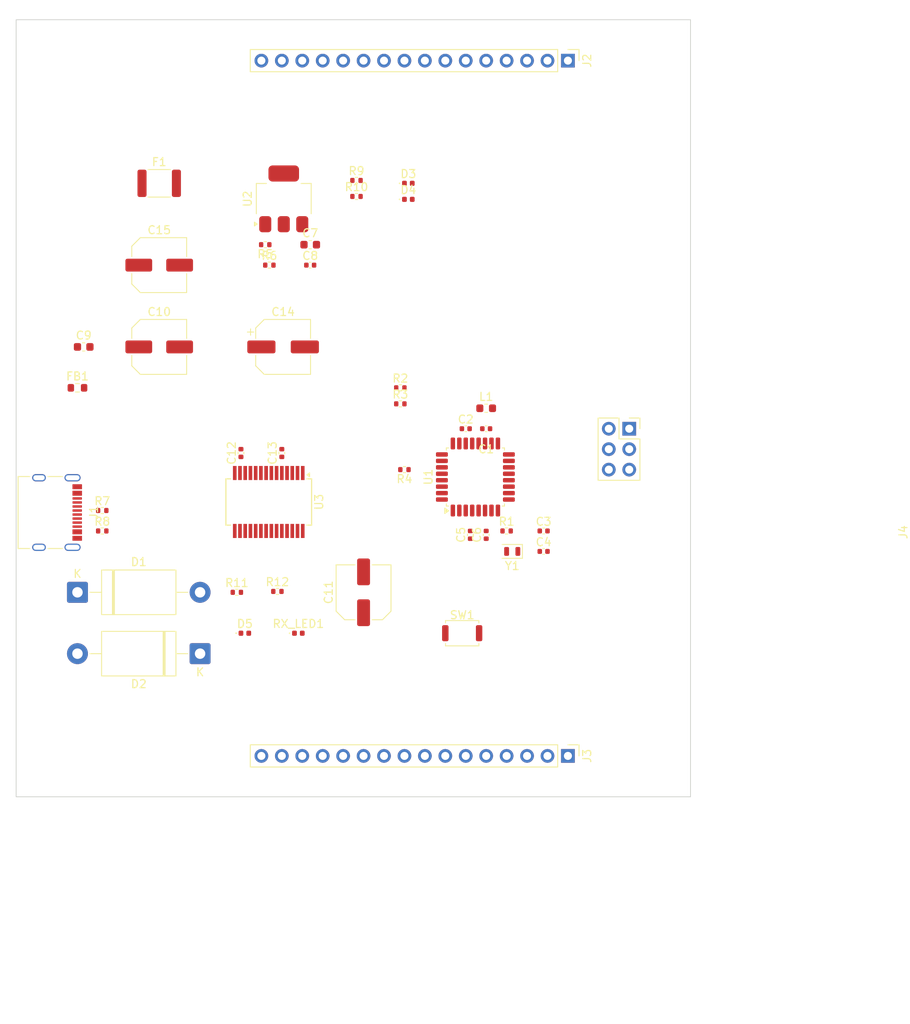
<source format=kicad_pcb>
(kicad_pcb (version 20241229) (generator "pcbnew") (generator_version "9.0")
  (layers (0 "F.Cu" signal) (2 "B.Cu" signal) (13 "F.Paste" user) (15 "B.Paste" user) (5 "F.SilkS" user "F.Silkscreen") (7 "B.SilkS" user "B.Silkscreen") (1 "F.Mask" user) (3 "B.Mask" user) (25 "Edge.Cuts" user))
  (net 0 "")
  (net 1 "+5V")
  (net 2 "GND")
  (net 3 "Net-(U1-AREF)")
  (net 4 "EX_OSC2")
  (net 5 "EX_OSC1")
  (net 6 "+3.3V")
  (net 7 "PWRU_IN")
  (net 8 "Net-(C10-Pad1)")
  (net 9 "Net-(U3-3V3OUT)")
  (net 10 "USART_DTR")
  (net 11 "EX_RST")
  (net 12 "USBC_D.P")
  (net 13 "USBC_D.N")
  (net 14 "Net-(D3-A)")
  (net 15 "Net-(D4-A)")
  (net 16 "Net-(D5-K)")
  (net 17 "Net-(D5-A)")
  (net 18 "Net-(J1-CC1)")
  (net 20 "Net-(J1-CC2)")
  (net 24 "GPIO_C0")
  (net 25 "GPIO_C1")
  (net 26 "GPIO_C2")
  (net 27 "GPIO_C3")
  (net 28 "I2C_SCL")
  (net 29 "I2C_SDA")
  (net 30 "GPIO_C4")
  (net 31 "GPIO_C5")
  (net 32 "SPI_SS")
  (net 33 "SPI_MOSI")
  (net 34 "SPI_MISO")
  (net 35 "SPI_SCK")
  (net 36 "GPIO_B1")
  (net 37 "GPIO_B0")
  (net 38 "GPIO_D7")
  (net 39 "GPIO_D6")
  (net 40 "GPIO_D5")
  (net 41 "GPIO_D4")
  (net 42 "GPIO_D3")
  (net 43 "GPIO_D2")
  (net 44 "USART_TXD")
  (net 45 "USART_RXD")
  (net 46 "Net-(U1-AVCC)")
  (net 47 "Net-(U2-ADJ)")
  (net 48 "Net-(RX_LED1-A)")
  (net 49 "Net-(RX_LED1-K)")
  (net 57 "USB_D.P")
  (net 58 "USB_D.N")
  (footprint "Package_SO:SSOP-28_5.3x10.2mm_P0.65mm" (layer "F.Cu") (at 102.515 80.22 -90)
    (property "Reference" "U3" (at 0 -6.25 90) (layer "F.SilkS"))
    (property "Value" "FT232RL")
    (fp_line (start -2.875 5.325) (end 2.875 5.325) (stroke (width 0.15)) (layer "F.SilkS"))
    (fp_line (start -2.875 4.75) (end -2.875 5.325) (stroke (width 0.15)) (layer "F.SilkS"))
    (fp_line (start 2.875 4.75) (end 2.875 5.325) (stroke (width 0.15)) (layer "F.SilkS"))
    (fp_line (start -2.875 -5.325) (end -2.875 -4.75) (stroke (width 0.15)) (layer "F.SilkS"))
    (fp_line (start -2.875 -5.325) (end 2.875 -5.325) (stroke (width 0.15)) (layer "F.SilkS"))
    (fp_line (start 2.875 -5.325) (end 2.875 -4.75) (stroke (width 0.15)) (layer "F.SilkS"))
    (fp_poly (pts (xy -3.375 -4.75) (xy -3.615 -5.08) (xy -3.135 -5.08) (xy -3.375 -4.75)) (stroke (width 0.12)) (fill yes) (layer "F.SilkS"))
    (pad "1" smd rect (at -3.6 -4.225 270) (size 1.75 0.45) (layers "F.Cu" "F.Mask" "F.Paste") (net 45 "USART_RXD"))
    (pad "2" smd rect (at -3.6 -3.575 270) (size 1.75 0.45) (layers "F.Cu" "F.Mask" "F.Paste") (net 10 "USART_DTR"))
    (pad "3" smd rect (at -3.6 -2.925 270) (size 1.75 0.45) (layers "F.Cu" "F.Mask" "F.Paste"))
    (pad "4" smd rect (at -3.6 -2.275 270) (size 1.75 0.45) (layers "F.Cu" "F.Mask" "F.Paste") (net 1 "+5V"))
    (pad "5" smd rect (at -3.6 -1.625 270) (size 1.75 0.45) (layers "F.Cu" "F.Mask" "F.Paste") (net 44 "USART_TXD"))
    (pad "6" smd rect (at -3.6 -0.975 270) (size 1.75 0.45) (layers "F.Cu" "F.Mask" "F.Paste"))
    (pad "7" smd rect (at -3.6 -0.325 270) (size 1.75 0.45) (layers "F.Cu" "F.Mask" "F.Paste") (net 2 "GND"))
    (pad "8" smd rect (at -3.6 0.325 270) (size 1.75 0.45) (layers "F.Cu" "F.Mask" "F.Paste"))
    (pad "9" smd rect (at -3.6 0.975 270) (size 1.75 0.45) (layers "F.Cu" "F.Mask" "F.Paste"))
    (pad "10" smd rect (at -3.6 1.625 270) (size 1.75 0.45) (layers "F.Cu" "F.Mask" "F.Paste"))
    (pad "11" smd rect (at -3.6 2.275 270) (size 1.75 0.45) (layers "F.Cu" "F.Mask" "F.Paste") (net 2 "GND"))
    (pad "12" smd rect (at -3.6 2.925 270) (size 1.75 0.45) (layers "F.Cu" "F.Mask" "F.Paste"))
    (pad "13" smd rect (at -3.6 3.575 270) (size 1.75 0.45) (layers "F.Cu" "F.Mask" "F.Paste"))
    (pad "14" smd rect (at -3.6 4.225 270) (size 1.75 0.45) (layers "F.Cu" "F.Mask" "F.Paste"))
    (pad "15" smd rect (at 3.6 4.225 270) (size 1.75 0.45) (layers "F.Cu" "F.Mask" "F.Paste") (net 57 "USB_D.P"))
    (pad "16" smd rect (at 3.6 3.575 270) (size 1.75 0.45) (layers "F.Cu" "F.Mask" "F.Paste") (net 58 "USB_D.N"))
    (pad "17" smd rect (at 3.6 2.925 270) (size 1.75 0.45) (layers "F.Cu" "F.Mask" "F.Paste") (net 9 "Net-(U3-3V3OUT)"))
    (pad "18" smd rect (at 3.6 2.275 270) (size 1.75 0.45) (layers "F.Cu" "F.Mask" "F.Paste") (net 2 "GND"))
    (pad "19" smd rect (at 3.6 1.625 270) (size 1.75 0.45) (layers "F.Cu" "F.Mask" "F.Paste"))
    (pad "20" smd rect (at 3.6 0.975 270) (size 1.75 0.45) (layers "F.Cu" "F.Mask" "F.Paste") (net 1 "+5V"))
    (pad "21" smd rect (at 3.6 0.325 270) (size 1.75 0.45) (layers "F.Cu" "F.Mask" "F.Paste") (net 2 "GND"))
    (pad "22" smd rect (at 3.6 -0.325 270) (size 1.75 0.45) (layers "F.Cu" "F.Mask" "F.Paste") (net 49 "Net-(RX_LED1-K)"))
    (pad "23" smd rect (at 3.6 -0.975 270) (size 1.75 0.45) (layers "F.Cu" "F.Mask" "F.Paste") (net 16 "Net-(D5-K)"))
    (pad "24" smd rect (at 3.6 -1.625 270) (size 1.75 0.45) (layers "F.Cu" "F.Mask" "F.Paste"))
    (pad "25" smd rect (at 3.6 -2.275 270) (size 1.75 0.45) (layers "F.Cu" "F.Mask" "F.Paste") (net 2 "GND"))
    (pad "26" smd rect (at 3.6 -2.925 270) (size 1.75 0.45) (layers "F.Cu" "F.Mask" "F.Paste") (net 2 "GND"))
    (pad "27" smd rect (at 3.6 -3.575 270) (size 1.75 0.45) (layers "F.Cu" "F.Mask" "F.Paste"))
    (pad "28" smd rect (at 3.6 -4.225 270) (size 1.75 0.45) (layers "F.Cu" "F.Mask" "F.Paste"))
  )
  (footprint "Resistor_SMD:R_0402_1005Metric" (layer "F.Cu") (at 132.08 83.82)
    (property "Reference" "R1" (at 0 -1.17 0) (layer "F.SilkS"))
    (property "Value" "R")
    (fp_line (start -0.153641 -0.38) (end 0.153641 -0.38) (stroke (width 0.12)) (layer "F.SilkS"))
    (fp_line (start -0.153641 0.38) (end 0.153641 0.38) (stroke (width 0.12)) (layer "F.SilkS"))
    (pad "1" smd roundrect (at -0.51 0) (size 0.54 0.64) (layers "F.Cu" "F.Mask" "F.Paste") (net 5 "EX_OSC1"))
    (pad "2" smd roundrect (at 0.51 0) (size 0.54 0.64) (layers "F.Cu" "F.Mask" "F.Paste") (net 4 "EX_OSC2"))
  )
  (footprint "Resistor_SMD:R_0402_1005Metric" (layer "F.Cu") (at 81.82 83.82)
    (property "Reference" "R8" (at 0 -1.17 0) (layer "F.SilkS"))
    (property "Value" "5.1k")
    (fp_line (start -0.153641 -0.38) (end 0.153641 -0.38) (stroke (width 0.12)) (layer "F.SilkS"))
    (fp_line (start -0.153641 0.38) (end 0.153641 0.38) (stroke (width 0.12)) (layer "F.SilkS"))
    (pad "1" smd roundrect (at -0.51 0) (size 0.54 0.64) (layers "F.Cu" "F.Mask" "F.Paste") (net 18 "Net-(J1-CC1)"))
    (pad "2" smd roundrect (at 0.51 0) (size 0.54 0.64) (layers "F.Cu" "F.Mask" "F.Paste") (net 2 "GND"))
  )
  (footprint "Button_Switch_SMD:SW_Push_SPST_NO_Alps_SKRK" (layer "F.Cu") (at 126.56 96.52)
    (property "Reference" "SW1" (at 0 -2.25 0) (layer "F.SilkS"))
    (property "Value" "SW_Push")
    (fp_line (start -2.07 -1.57) (end 2.07 -1.57) (stroke (width 0.12)) (layer "F.SilkS"))
    (fp_line (start -2.07 -1.27) (end -2.07 -1.57) (stroke (width 0.12)) (layer "F.SilkS"))
    (fp_line (start -2.07 1.57) (end -2.07 1.27) (stroke (width 0.12)) (layer "F.SilkS"))
    (fp_line (start 2.07 -1.57) (end 2.07 -1.27) (stroke (width 0.12)) (layer "F.SilkS"))
    (fp_line (start 2.07 1.27) (end 2.07 1.57) (stroke (width 0.12)) (layer "F.SilkS"))
    (fp_line (start 2.07 1.57) (end -2.07 1.57) (stroke (width 0.12)) (layer "F.SilkS"))
    (pad "1" smd roundrect (at -2.1 0) (size 0.8 2) (layers "F.Cu" "F.Mask" "F.Paste") (net 11 "EX_RST"))
    (pad "2" smd roundrect (at 2.1 0) (size 0.8 2) (layers "F.Cu" "F.Mask" "F.Paste") (net 2 "GND"))
  )
  (footprint "Capacitor_SMD:C_0402_1005Metric" (layer "F.Cu") (at 127 71.12)
    (property "Reference" "C2" (at 0 -1.16 0) (layer "F.SilkS"))
    (property "Value" ".1u")
    (fp_line (start -0.107836 -0.36) (end 0.107836 -0.36) (stroke (width 0.12)) (layer "F.SilkS"))
    (fp_line (start -0.107836 0.36) (end 0.107836 0.36) (stroke (width 0.12)) (layer "F.SilkS"))
    (pad "1" smd roundrect (at -0.48 0) (size 0.56 0.62) (layers "F.Cu" "F.Mask" "F.Paste") (net 3 "Net-(U1-AREF)"))
    (pad "2" smd roundrect (at 0.48 0) (size 0.56 0.62) (layers "F.Cu" "F.Mask" "F.Paste") (net 2 "GND"))
  )
  (footprint "Fuse:Fuse_1812_4532Metric" (layer "F.Cu") (at 88.9 40.64)
    (property "Reference" "F1" (at 0 -2.65 0) (layer "F.SilkS"))
    (property "Value" "500mA")
    (fp_line (start -1.386252 -1.71) (end 1.386252 -1.71) (stroke (width 0.12)) (layer "F.SilkS"))
    (fp_line (start -1.386252 1.71) (end 1.386252 1.71) (stroke (width 0.12)) (layer "F.SilkS"))
    (pad "1" smd roundrect (at -2.1375 0) (size 1.125 3.4) (layers "F.Cu" "F.Mask" "F.Paste") (roundrect_rratio 0.222222) (net 8 "Net-(C10-Pad1)"))
    (pad "2" smd roundrect (at 2.1375 0) (size 1.125 3.4) (layers "F.Cu" "F.Mask" "F.Paste") (roundrect_rratio 0.222222) (net 1 "+5V"))
  )
  (footprint "Resistor_SMD:R_0402_1005Metric" (layer "F.Cu") (at 81.82 81.28)
    (property "Reference" "R7" (at 0 -1.17 0) (layer "F.SilkS"))
    (property "Value" "5100")
    (fp_line (start -0.153641 -0.38) (end 0.153641 -0.38) (stroke (width 0.12)) (layer "F.SilkS"))
    (fp_line (start -0.153641 0.38) (end 0.153641 0.38) (stroke (width 0.12)) (layer "F.SilkS"))
    (pad "1" smd roundrect (at -0.51 0) (size 0.54 0.64) (layers "F.Cu" "F.Mask" "F.Paste") (net 20 "Net-(J1-CC2)"))
    (pad "2" smd roundrect (at 0.51 0) (size 0.54 0.64) (layers "F.Cu" "F.Mask" "F.Paste") (net 2 "GND"))
  )
  (footprint "Package_QFP:TQFP-32_7x7mm_P0.8mm" (layer "F.Cu") (at 128.2 77.1175 90)
    (property "Reference" "U1" (at 0 -5.85 90) (layer "F.SilkS"))
    (property "Value" "ATmega328P-A")
    (fp_line (start 3.61 -3.61) (end 3.61 -3.335) (stroke (width 0.12)) (layer "F.SilkS"))
    (fp_line (start 3.335 -3.61) (end 3.61 -3.61) (stroke (width 0.12)) (layer "F.SilkS"))
    (fp_line (start -3.335 -3.61) (end -3.61 -3.61) (stroke (width 0.12)) (layer "F.SilkS"))
    (fp_line (start -3.61 -3.61) (end -3.61 -3.335) (stroke (width 0.12)) (layer "F.SilkS"))
    (fp_line (start 3.61 3.61) (end 3.61 3.335) (stroke (width 0.12)) (layer "F.SilkS"))
    (fp_line (start 3.335 3.61) (end 3.61 3.61) (stroke (width 0.12)) (layer "F.SilkS"))
    (fp_line (start -3.335 3.61) (end -3.61 3.61) (stroke (width 0.12)) (layer "F.SilkS"))
    (fp_line (start -3.61 3.61) (end -3.61 3.335) (stroke (width 0.12)) (layer "F.SilkS"))
    (fp_poly (pts (xy -4.2 -3.335) (xy -4.54 -3.805) (xy -3.86 -3.805)) (stroke (width 0.12)) (fill yes) (layer "F.SilkS"))
    (pad "1" smd roundrect (at -4.1625 -2.8 90) (size 1.475 0.55) (layers "F.Cu" "F.Mask" "F.Paste") (net 42 "GPIO_D3"))
    (pad "2" smd roundrect (at -4.1625 -2 90) (size 1.475 0.55) (layers "F.Cu" "F.Mask" "F.Paste") (net 41 "GPIO_D4"))
    (pad "3" smd roundrect (at -4.1625 -1.2 90) (size 1.475 0.55) (layers "F.Cu" "F.Mask" "F.Paste") (net 2 "GND"))
    (pad "4" smd roundrect (at -4.1625 -0.4 90) (size 1.475 0.55) (layers "F.Cu" "F.Mask" "F.Paste") (net 1 "+5V"))
    (pad "5" smd roundrect (at -4.1625 0.4 90) (size 1.475 0.55) (layers "F.Cu" "F.Mask" "F.Paste") (net 2 "GND"))
    (pad "6" smd roundrect (at -4.1625 1.2 90) (size 1.475 0.55) (layers "F.Cu" "F.Mask" "F.Paste") (net 1 "+5V"))
    (pad "7" smd roundrect (at -4.1625 2 90) (size 1.475 0.55) (layers "F.Cu" "F.Mask" "F.Paste") (net 5 "EX_OSC1"))
    (pad "8" smd roundrect (at -4.1625 2.8 90) (size 1.475 0.55) (layers "F.Cu" "F.Mask" "F.Paste") (net 4 "EX_OSC2"))
    (pad "9" smd roundrect (at -2.8 4.1625 90) (size 0.55 1.475) (layers "F.Cu" "F.Mask" "F.Paste") (net 40 "GPIO_D5"))
    (pad "10" smd roundrect (at -2 4.1625 90) (size 0.55 1.475) (layers "F.Cu" "F.Mask" "F.Paste") (net 39 "GPIO_D6"))
    (pad "11" smd roundrect (at -1.2 4.1625 90) (size 0.55 1.475) (layers "F.Cu" "F.Mask" "F.Paste") (net 38 "GPIO_D7"))
    (pad "12" smd roundrect (at -0.4 4.1625 90) (size 0.55 1.475) (layers "F.Cu" "F.Mask" "F.Paste") (net 37 "GPIO_B0"))
    (pad "13" smd roundrect (at 0.4 4.1625 90) (size 0.55 1.475) (layers "F.Cu" "F.Mask" "F.Paste") (net 36 "GPIO_B1"))
    (pad "14" smd roundrect (at 1.2 4.1625 90) (size 0.55 1.475) (layers "F.Cu" "F.Mask" "F.Paste") (net 32 "SPI_SS"))
    (pad "15" smd roundrect (at 2 4.1625 90) (size 0.55 1.475) (layers "F.Cu" "F.Mask" "F.Paste") (net 33 "SPI_MOSI"))
    (pad "16" smd roundrect (at 2.8 4.1625 90) (size 0.55 1.475) (layers "F.Cu" "F.Mask" "F.Paste") (net 34 "SPI_MISO"))
    (pad "17" smd roundrect (at 4.1625 2.8 90) (size 1.475 0.55) (layers "F.Cu" "F.Mask" "F.Paste") (net 35 "SPI_SCK"))
    (pad "18" smd roundrect (at 4.1625 2 90) (size 1.475 0.55) (layers "F.Cu" "F.Mask" "F.Paste") (net 46 "Net-(U1-AVCC)"))
    (pad "19" smd roundrect (at 4.1625 1.2 90) (size 1.475 0.55) (layers "F.Cu" "F.Mask" "F.Paste") (net 30 "GPIO_C4"))
    (pad "20" smd roundrect (at 4.1625 0.4 90) (size 1.475 0.55) (layers "F.Cu" "F.Mask" "F.Paste") (net 3 "Net-(U1-AREF)"))
    (pad "21" smd roundrect (at 4.1625 -0.4 90) (size 1.475 0.55) (layers "F.Cu" "F.Mask" "F.Paste") (net 2 "GND"))
    (pad "22" smd roundrect (at 4.1625 -1.2 90) (size 1.475 0.55) (layers "F.Cu" "F.Mask" "F.Paste") (net 31 "GPIO_C5"))
    (pad "23" smd roundrect (at 4.1625 -2 90) (size 1.475 0.55) (layers "F.Cu" "F.Mask" "F.Paste") (net 24 "GPIO_C0"))
    (pad "24" smd roundrect (at 4.1625 -2.8 90) (size 1.475 0.55) (layers "F.Cu" "F.Mask" "F.Paste") (net 25 "GPIO_C1"))
    (pad "25" smd roundrect (at 2.8 -4.1625 90) (size 0.55 1.475) (layers "F.Cu" "F.Mask" "F.Paste") (net 26 "GPIO_C2"))
    (pad "26" smd roundrect (at 2 -4.1625 90) (size 0.55 1.475) (layers "F.Cu" "F.Mask" "F.Paste") (net 27 "GPIO_C3"))
    (pad "27" smd roundrect (at 1.2 -4.1625 90) (size 0.55 1.475) (layers "F.Cu" "F.Mask" "F.Paste") (net 29 "I2C_SDA"))
    (pad "28" smd roundrect (at 0.4 -4.1625 90) (size 0.55 1.475) (layers "F.Cu" "F.Mask" "F.Paste") (net 28 "I2C_SCL"))
    (pad "29" smd roundrect (at -0.4 -4.1625 90) (size 0.55 1.475) (layers "F.Cu" "F.Mask" "F.Paste") (net 11 "EX_RST"))
    (pad "30" smd roundrect (at -1.2 -4.1625 90) (size 0.55 1.475) (layers "F.Cu" "F.Mask" "F.Paste") (net 45 "USART_RXD"))
    (pad "31" smd roundrect (at -2 -4.1625 90) (size 0.55 1.475) (layers "F.Cu" "F.Mask" "F.Paste") (net 44 "USART_TXD"))
    (pad "32" smd roundrect (at -2.8 -4.1625 90) (size 0.55 1.475) (layers "F.Cu" "F.Mask" "F.Paste") (net 43 "GPIO_D2"))
  )
  (footprint "Connector_USB:USB_C_Receptacle_Palconn_UTC16-G" (layer "F.Cu") (at 76.2 81.53 -90)
    (property "Reference" "J1" (at 0 -4.58 90) (layer "F.SilkS"))
    (property "Value" "USB_C_Receptacle_USB2.0_16P")
    (fp_line (start -4.47 4.84) (end -4.47 3.38) (stroke (width 0.12)) (layer "F.SilkS"))
    (fp_line (start 4.47 4.84) (end -4.47 4.84) (stroke (width 0.12)) (layer "F.SilkS"))
    (fp_line (start 4.47 4.84) (end 4.47 3.38) (stroke (width 0.12)) (layer "F.SilkS"))
    (fp_line (start -4.47 -0.67) (end -4.47 1.13) (stroke (width 0.12)) (layer "F.SilkS"))
    (fp_line (start 4.47 -0.67) (end 4.47 1.13) (stroke (width 0.12)) (layer "F.SilkS"))
    (pad "" np_thru_hole circle (at -2.89 -1.45 90) (size 0.6 0.6) (drill 0.6) (layers "*.Cu" "*.Mask"))
    (pad "" np_thru_hole circle (at 2.89 -1.45 90) (size 0.6 0.6) (drill 0.6) (layers "*.Cu" "*.Mask"))
    (pad "A1" smd rect (at -3.2 -2.51 270) (size 0.6 1.16) (layers "F.Cu" "F.Mask" "F.Paste") (net 2 "GND"))
    (pad "A4" smd rect (at -2.4 -2.51 270) (size 0.6 1.16) (layers "F.Cu" "F.Mask" "F.Paste") (net 7 "PWRU_IN"))
    (pad "A5" smd rect (at -1.25 -2.51 90) (size 0.3 1.16) (layers "F.Cu" "F.Mask" "F.Paste") (net 18 "Net-(J1-CC1)"))
    (pad "A6" smd rect (at -0.25 -2.51 90) (size 0.3 1.16) (layers "F.Cu" "F.Mask" "F.Paste") (net 12 "USBC_D.P"))
    (pad "A7" smd rect (at 0.25 -2.51 90) (size 0.3 1.16) (layers "F.Cu" "F.Mask" "F.Paste") (net 13 "USBC_D.N"))
    (pad "A8" smd rect (at 1.25 -2.51 90) (size 0.3 1.16) (layers "F.Cu" "F.Mask" "F.Paste"))
    (pad "A9" smd rect (at 2.4 -2.51 270) (size 0.6 1.16) (layers "F.Cu" "F.Mask" "F.Paste") (net 7 "PWRU_IN"))
    (pad "A12" smd rect (at 3.2 -2.51 270) (size 0.6 1.16) (layers "F.Cu" "F.Mask" "F.Paste") (net 2 "GND"))
    (pad "B1" smd rect (at 3.2 -2.51 270) (size 0.6 1.16) (layers "F.Cu" "F.Mask" "F.Paste") (net 2 "GND"))
    (pad "B4" smd rect (at 2.4 -2.51 270) (size 0.6 1.16) (layers "F.Cu" "F.Mask" "F.Paste") (net 7 "PWRU_IN"))
    (pad "B5" smd rect (at 1.75 -2.51 90) (size 0.3 1.16) (layers "F.Cu" "F.Mask" "F.Paste") (net 20 "Net-(J1-CC2)"))
    (pad "B6" smd rect (at 0.75 -2.51 90) (size 0.3 1.16) (layers "F.Cu" "F.Mask" "F.Paste") (net 12 "USBC_D.P"))
    (pad "B7" smd rect (at -0.75 -2.51 90) (size 0.3 1.16) (layers "F.Cu" "F.Mask" "F.Paste") (net 13 "USBC_D.N"))
    (pad "B8" smd rect (at -1.75 -2.51 90) (size 0.3 1.16) (layers "F.Cu" "F.Mask" "F.Paste"))
    (pad "B9" smd rect (at -2.4 -2.51 270) (size 0.6 1.16) (layers "F.Cu" "F.Mask" "F.Paste") (net 7 "PWRU_IN"))
    (pad "B12" smd rect (at -3.2 -2.51 270) (size 0.6 1.16) (layers "F.Cu" "F.Mask" "F.Paste") (net 2 "GND"))
    (pad "S1" thru_hole oval (at -4.32 -1.93) (size 2 0.9) (drill oval 1.7 0.6) (property pad_prop_heatsink) (layers "*.Cu" "*.Mask"))
    (pad "S1" thru_hole oval (at -4.32 2.24) (size 1.7 0.9) (drill oval 1.4 0.6) (property pad_prop_heatsink) (layers "*.Cu" "*.Mask"))
    (pad "S1" thru_hole oval (at 4.32 -1.93) (size 2 0.9) (drill oval 1.7 0.6) (property pad_prop_heatsink) (layers "*.Cu" "*.Mask"))
    (pad "S1" thru_hole oval (at 4.32 2.24) (size 1.7 0.9) (drill oval 1.4 0.6) (property pad_prop_heatsink) (layers "*.Cu" "*.Mask"))
  )
  (footprint "Package_TO_SOT_SMD:SOT-223" (layer "F.Cu") (at 104.38 42.57 90)
    (property "Reference" "U2" (at 0 -4.5 90) (layer "F.SilkS"))
    (property "Value" "LM1117DT-ADJ")
    (fp_line (start 1.91 -3.41) (end 1.91 -2.15) (stroke (width 0.12)) (layer "F.SilkS"))
    (fp_line (start -1.85 -3.41) (end 1.91 -3.41) (stroke (width 0.12)) (layer "F.SilkS"))
    (fp_line (start 1.91 3.41) (end 1.91 2.15) (stroke (width 0.12)) (layer "F.SilkS"))
    (fp_line (start -1.85 3.41) (end 1.91 3.41) (stroke (width 0.12)) (layer "F.SilkS"))
    (fp_poly (pts (xy -3.13 -3.31) (xy -3.37 -3.64) (xy -2.89 -3.64) (xy -3.13 -3.31)) (stroke (width 0.12)) (fill yes) (layer "F.SilkS"))
    (pad "1" smd roundrect (at -3.15 -2.3 90) (size 2 1.5) (layers "F.Cu" "F.Mask" "F.Paste") (net 47 "Net-(U2-ADJ)"))
    (pad "2" smd roundrect (at -3.15 0 90) (size 2 1.5) (layers "F.Cu" "F.Mask" "F.Paste") (net 6 "+3.3V"))
    (pad "3" smd roundrect (at -3.15 2.3 90) (size 2 1.5) (layers "F.Cu" "F.Mask" "F.Paste") (net 1 "+5V"))
    (pad "4" smd roundrect (at 3.15 0 90) (size 2 3.8) (layers "F.Cu" "F.Mask" "F.Paste"))
  )
  (footprint "Resistor_SMD:R_0402_1005Metric" (layer "F.Cu") (at 113.42 40.28)
    (property "Reference" "R9" (at 0 -1.17 0) (layer "F.SilkS"))
    (property "Value" "155")
    (fp_line (start -0.153641 -0.38) (end 0.153641 -0.38) (stroke (width 0.12)) (layer "F.SilkS"))
    (fp_line (start -0.153641 0.38) (end 0.153641 0.38) (stroke (width 0.12)) (layer "F.SilkS"))
    (pad "1" smd roundrect (at -0.51 0) (size 0.54 0.64) (layers "F.Cu" "F.Mask" "F.Paste") (net 1 "+5V"))
    (pad "2" smd roundrect (at 0.51 0) (size 0.54 0.64) (layers "F.Cu" "F.Mask" "F.Paste") (net 14 "Net-(D3-A)"))
  )
  (footprint "LED_SMD:LED_0402_1005Metric" (layer "F.Cu") (at 99.545 96.52)
    (property "Reference" "D5" (at 0 -1.17 0) (layer "F.SilkS"))
    (property "Value" "TX_LED")
    (fp_circle (center -1.09 0) (end -1.04 0) (stroke (width 0.1)) (fill no) (layer "F.SilkS"))
    (pad "1" smd roundrect (at -0.485 0) (size 0.59 0.64) (layers "F.Cu" "F.Mask" "F.Paste") (net 16 "Net-(D5-K)"))
    (pad "2" smd roundrect (at 0.485 0) (size 0.59 0.64) (layers "F.Cu" "F.Mask" "F.Paste") (net 17 "Net-(D5-A)"))
  )
  (footprint "Capacitor_SMD:C_0402_1005Metric" (layer "F.Cu") (at 129.54 71.12 180)
    (property "Reference" "C1" (at 0 -2.54 0) (layer "F.SilkS"))
    (property "Value" ".1u")
    (fp_line (start -0.107836 0.36) (end 0.107836 0.36) (stroke (width 0.12)) (layer "F.SilkS"))
    (fp_line (start -0.107836 -0.36) (end 0.107836 -0.36) (stroke (width 0.12)) (layer "F.SilkS"))
    (pad "1" smd roundrect (at -0.48 0 180) (size 0.56 0.62) (layers "F.Cu" "F.Mask" "F.Paste") (net 1 "+5V"))
    (pad "2" smd roundrect (at 0.48 0 180) (size 0.56 0.62) (layers "F.Cu" "F.Mask" "F.Paste") (net 2 "GND"))
  )
  (footprint "Resistor_SMD:R_0402_1005Metric" (layer "F.Cu") (at 118.87 68.03)
    (property "Reference" "R3" (at 0 -1.17 0) (layer "F.SilkS"))
    (property "Value" "R")
    (fp_line (start -0.153641 -0.38) (end 0.153641 -0.38) (stroke (width 0.12)) (layer "F.SilkS"))
    (fp_line (start -0.153641 0.38) (end 0.153641 0.38) (stroke (width 0.12)) (layer "F.SilkS"))
    (pad "1" smd roundrect (at -0.51 0) (size 0.54 0.64) (layers "F.Cu" "F.Mask" "F.Paste") (net 1 "+5V"))
    (pad "2" smd roundrect (at 0.51 0) (size 0.54 0.64) (layers "F.Cu" "F.Mask" "F.Paste") (net 28 "I2C_SCL"))
  )
  (footprint "Capacitor_SMD:C_Elec_6.3x7.7" (layer "F.Cu") (at 88.9 50.8)
    (property "Reference" "C15" (at 0 -4.35 0) (layer "F.SilkS"))
    (property "Value" "4.7u")
    (fp_line (start -3.41 -2.345563) (end -3.41 -1.06) (stroke (width 0.12)) (layer "F.SilkS"))
    (fp_line (start -3.41 -2.345563) (end -2.345563 -3.41) (stroke (width 0.12)) (layer "F.SilkS"))
    (fp_line (start -3.41 2.345563) (end -3.41 1.06) (stroke (width 0.12)) (layer "F.SilkS"))
    (fp_line (start -3.41 2.345563) (end -2.345563 3.41) (stroke (width 0.12)) (layer "F.SilkS"))
    (fp_line (start -2.345563 -3.41) (end 3.41 -3.41) (stroke (width 0.12)) (layer "F.SilkS"))
    (fp_line (start -2.345563 3.41) (end 3.41 3.41) (stroke (width 0.12)) (layer "F.SilkS"))
    (fp_line (start 3.41 -3.41) (end 3.41 -1.06) (stroke (width 0.12)) (layer "F.SilkS"))
    (fp_line (start 3.41 3.41) (end 3.41 1.06) (stroke (width 0.12)) (layer "F.SilkS"))
    (pad "1" smd roundrect (at -2.5375 0) (size 3.325 1.6) (layers "F.Cu" "F.Mask" "F.Paste") (roundrect_rratio 0.15625) (net 8 "Net-(C10-Pad1)"))
    (pad "2" smd roundrect (at 2.5375 0) (size 3.325 1.6) (layers "F.Cu" "F.Mask" "F.Paste") (roundrect_rratio 0.15625) (net 2 "GND"))
  )
  (footprint "LED_SMD:LED_0402_1005Metric" (layer "F.Cu") (at 119.865 40.64)
    (property "Reference" "D3" (at 0 -1.17 0) (layer "F.SilkS"))
    (property "Value" "LED")
    (fp_circle (center -1.09 0) (end -1.04 0) (stroke (width 0.1)) (fill no) (layer "F.SilkS"))
    (pad "1" smd roundrect (at -0.485 0) (size 0.59 0.64) (layers "F.Cu" "F.Mask" "F.Paste") (net 2 "GND"))
    (pad "2" smd roundrect (at 0.485 0) (size 0.59 0.64) (layers "F.Cu" "F.Mask" "F.Paste") (net 14 "Net-(D3-A)"))
  )
  (footprint "Capacitor_SMD:C_0402_1005Metric" (layer "F.Cu") (at 136.68 83.82)
    (property "Reference" "C3" (at 0 -1.16 0) (layer "F.SilkS"))
    (property "Value" "18p")
    (fp_line (start -0.107836 -0.36) (end 0.107836 -0.36) (stroke (width 0.12)) (layer "F.SilkS"))
    (fp_line (start -0.107836 0.36) (end 0.107836 0.36) (stroke (width 0.12)) (layer "F.SilkS"))
    (pad "1" smd roundrect (at -0.48 0) (size 0.56 0.62) (layers "F.Cu" "F.Mask" "F.Paste") (net 4 "EX_OSC2"))
    (pad "2" smd roundrect (at 0.48 0) (size 0.56 0.62) (layers "F.Cu" "F.Mask" "F.Paste") (net 2 "GND"))
  )
  (footprint "Resistor_SMD:R_0402_1005Metric" (layer "F.Cu") (at 102.59 50.8)
    (property "Reference" "R6" (at 0 -1.17 0) (layer "F.SilkS"))
    (property "Value" "200")
    (fp_line (start -0.153641 -0.38) (end 0.153641 -0.38) (stroke (width 0.12)) (layer "F.SilkS"))
    (fp_line (start -0.153641 0.38) (end 0.153641 0.38) (stroke (width 0.12)) (layer "F.SilkS"))
    (pad "1" smd roundrect (at -0.51 0) (size 0.54 0.64) (layers "F.Cu" "F.Mask" "F.Paste") (net 47 "Net-(U2-ADJ)"))
    (pad "2" smd roundrect (at 0.51 0) (size 0.54 0.64) (layers "F.Cu" "F.Mask" "F.Paste") (net 2 "GND"))
  )
  (footprint "Resistor_SMD:R_0402_1005Metric" (layer "F.Cu") (at 98.55 91.44)
    (property "Reference" "R11" (at 0 -1.17 0) (layer "F.SilkS"))
    (property "Value" "150")
    (fp_line (start -0.153641 -0.38) (end 0.153641 -0.38) (stroke (width 0.12)) (layer "F.SilkS"))
    (fp_line (start -0.153641 0.38) (end 0.153641 0.38) (stroke (width 0.12)) (layer "F.SilkS"))
    (pad "1" smd roundrect (at -0.51 0) (size 0.54 0.64) (layers "F.Cu" "F.Mask" "F.Paste") (net 2 "GND"))
    (pad "2" smd roundrect (at 0.51 0) (size 0.54 0.64) (layers "F.Cu" "F.Mask" "F.Paste") (net 17 "Net-(D5-A)"))
  )
  (footprint "Capacitor_SMD:C_0603_1608Metric" (layer "F.Cu") (at 79.515 60.96)
    (property "Reference" "C9" (at 0 -1.43 0) (layer "F.SilkS"))
    (property "Value" ".01u")
    (fp_line (start -0.14058 -0.51) (end 0.14058 -0.51) (stroke (width 0.12)) (layer "F.SilkS"))
    (fp_line (start -0.14058 0.51) (end 0.14058 0.51) (stroke (width 0.12)) (layer "F.SilkS"))
    (pad "1" smd roundrect (at -0.775 0) (size 0.9 0.95) (layers "F.Cu" "F.Mask" "F.Paste") (net 7 "PWRU_IN"))
    (pad "2" smd roundrect (at 0.775 0) (size 0.9 0.95) (layers "F.Cu" "F.Mask" "F.Paste") (net 2 "GND"))
  )
  (footprint "Capacitor_SMD:C_0402_1005Metric" (layer "F.Cu") (at 107.67 50.8)
    (property "Reference" "C8" (at 0 -1.16 0) (layer "F.SilkS"))
    (property "Value" "10u")
    (fp_line (start -0.107836 -0.36) (end 0.107836 -0.36) (stroke (width 0.12)) (layer "F.SilkS"))
    (fp_line (start -0.107836 0.36) (end 0.107836 0.36) (stroke (width 0.12)) (layer "F.SilkS"))
    (pad "1" smd roundrect (at -0.48 0) (size 0.56 0.62) (layers "F.Cu" "F.Mask" "F.Paste") (net 6 "+3.3V"))
    (pad "2" smd roundrect (at 0.48 0) (size 0.56 0.62) (layers "F.Cu" "F.Mask" "F.Paste") (net 2 "GND"))
  )
  (footprint "Diode_THT:D_DO-201AE_P15.24mm_Horizontal" (layer "F.Cu") (at 93.98 99.06 180)
    (property "Reference" "D2" (at 7.62 -3.77 0) (layer "F.SilkS"))
    (property "Value" "1.5KExxCA")
    (fp_line (start 13.7 0) (end 12.24 0) (stroke (width 0.12)) (layer "F.SilkS"))
    (fp_line (start 4.59 -2.77) (end 4.59 2.77) (stroke (width 0.12)) (layer "F.SilkS"))
    (fp_line (start 4.47 -2.77) (end 4.47 2.77) (stroke (width 0.12)) (layer "F.SilkS"))
    (fp_line (start 4.35 -2.77) (end 4.35 2.77) (stroke (width 0.12)) (layer "F.SilkS"))
    (fp_line (start 1.54 0) (end 3 0) (stroke (width 0.12)) (layer "F.SilkS"))
    (fp_rect (start 3 -2.77) (end 12.24 2.77) (stroke (width 0.12)) (fill no) (layer "F.SilkS"))
    (fp_text user "K" (at 0 -2.3 0) (layer "F.SilkS"))
    (pad "1" thru_hole roundrect (at 0 0 180) (size 2.6 2.6) (drill 1.3) (layers "*.Cu" "*.Mask") (roundrect_rratio 0.096154) (net 2 "GND"))
    (pad "2" thru_hole circle (at 15.24 0 180) (size 2.6 2.6) (drill 1.3) (layers "*.Cu" "*.Mask") (net 13 "USBC_D.N"))
  )
  (footprint "Capacitor_SMD:C_0402_1005Metric" (layer "F.Cu") (at 136.68 86.36)
    (property "Reference" "C4" (at 0 -1.16 0) (layer "F.SilkS"))
    (property "Value" "18p")
    (fp_line (start -0.107836 -0.36) (end 0.107836 -0.36) (stroke (width 0.12)) (layer "F.SilkS"))
    (fp_line (start -0.107836 0.36) (end 0.107836 0.36) (stroke (width 0.12)) (layer "F.SilkS"))
    (pad "1" smd roundrect (at -0.48 0) (size 0.56 0.62) (layers "F.Cu" "F.Mask" "F.Paste") (net 5 "EX_OSC1"))
    (pad "2" smd roundrect (at 0.48 0) (size 0.56 0.62) (layers "F.Cu" "F.Mask" "F.Paste") (net 2 "GND"))
  )
  (footprint "Resistor_SMD:R_0402_1005Metric" (layer "F.Cu") (at 102.08 48.26 180)
    (property "Reference" "R5" (at 0 -1.17 0) (layer "F.SilkS"))
    (property "Value" "121")
    (fp_line (start -0.153641 0.38) (end 0.153641 0.38) (stroke (width 0.12)) (layer "F.SilkS"))
    (fp_line (start -0.153641 -0.38) (end 0.153641 -0.38) (stroke (width 0.12)) (layer "F.SilkS"))
    (pad "1" smd roundrect (at -0.51 0 180) (size 0.54 0.64) (layers "F.Cu" "F.Mask" "F.Paste") (net 6 "+3.3V"))
    (pad "2" smd roundrect (at 0.51 0 180) (size 0.54 0.64) (layers "F.Cu" "F.Mask" "F.Paste") (net 47 "Net-(U2-ADJ)"))
  )
  (footprint "Resistor_SMD:R_0402_1005Metric" (layer "F.Cu") (at 113.42 42.27)
    (property "Reference" "R10" (at 0 -1.17 0) (layer "F.SilkS"))
    (property "Value" "70")
    (fp_line (start -0.153641 -0.38) (end 0.153641 -0.38) (stroke (width 0.12)) (layer "F.SilkS"))
    (fp_line (start -0.153641 0.38) (end 0.153641 0.38) (stroke (width 0.12)) (layer "F.SilkS"))
    (pad "1" smd roundrect (at -0.51 0) (size 0.54 0.64) (layers "F.Cu" "F.Mask" "F.Paste") (net 6 "+3.3V"))
    (pad "2" smd roundrect (at 0.51 0) (size 0.54 0.64) (layers "F.Cu" "F.Mask" "F.Paste") (net 15 "Net-(D4-A)"))
  )
  (footprint "Resistor_SMD:R_0402_1005Metric" (layer "F.Cu") (at 119.38 76.2 180)
    (property "Reference" "R4" (at 0 -1.17 0) (layer "F.SilkS"))
    (property "Value" "10k")
    (fp_line (start -0.153641 0.38) (end 0.153641 0.38) (stroke (width 0.12)) (layer "F.SilkS"))
    (fp_line (start -0.153641 -0.38) (end 0.153641 -0.38) (stroke (width 0.12)) (layer "F.SilkS"))
    (pad "1" smd roundrect (at -0.51 0 180) (size 0.54 0.64) (layers "F.Cu" "F.Mask" "F.Paste") (net 1 "+5V"))
    (pad "2" smd roundrect (at 0.51 0 180) (size 0.54 0.64) (layers "F.Cu" "F.Mask" "F.Paste") (net 11 "EX_RST"))
  )
  (footprint "Connector_PinSocket_2.54mm:PinSocket_2x03_P2.54mm_Vertical" (layer "F.Cu") (at 147.32 71.12)
    (property "Reference" "J4" (at 34.065 12.85 90) (layer "F.SilkS"))
    (property "Value" "Conn_PIC_ICSP_ICD")
    (fp_line (start -3.87 -1.33) (end -3.87 6.41) (stroke (width 0.12)) (layer "F.SilkS"))
    (fp_line (start -3.87 -1.33) (end -1.27 -1.33) (stroke (width 0.12)) (layer "F.SilkS"))
    (fp_line (start -3.87 6.41) (end 1.33 6.41) (stroke (width 0.12)) (layer "F.SilkS"))
    (fp_line (start -1.27 -1.33) (end -1.27 1.27) (stroke (width 0.12)) (layer "F.SilkS"))
    (fp_line (start -1.27 1.27) (end 1.33 1.27) (stroke (width 0.12)) (layer "F.SilkS"))
    (fp_line (start 0 -1.33) (end 1.33 -1.33) (stroke (width 0.12)) (layer "F.SilkS"))
    (fp_line (start 1.33 -1.33) (end 1.33 0) (stroke (width 0.12)) (layer "F.SilkS"))
    (fp_line (start 1.33 1.27) (end 1.33 6.41) (stroke (width 0.12)) (layer "F.SilkS"))
    (pad "1" thru_hole rect (at 0 0) (size 1.7 1.7) (drill 1) (layers "*.Cu" "*.Mask") (net 11 "EX_RST"))
    (pad "2" thru_hole circle (at -2.54 0) (size 1.7 1.7) (drill 1) (layers "*.Cu" "*.Mask") (net 1 "+5V"))
    (pad "3" thru_hole circle (at 0 2.54) (size 1.7 1.7) (drill 1) (layers "*.Cu" "*.Mask") (net 2 "GND"))
    (pad "4" thru_hole circle (at -2.54 2.54) (size 1.7 1.7) (drill 1) (layers "*.Cu" "*.Mask") (net 33 "SPI_MOSI"))
    (pad "5" thru_hole circle (at 0 5.08) (size 1.7 1.7) (drill 1) (layers "*.Cu" "*.Mask") (net 35 "SPI_SCK"))
    (pad "6" thru_hole circle (at -2.54 5.08) (size 1.7 1.7) (drill 1) (layers "*.Cu" "*.Mask") (net 34 "SPI_MISO"))
  )
  (footprint "Resistor_SMD:R_0603_1608Metric" (layer "F.Cu") (at 78.74 66.04)
    (property "Reference" "FB1" (at 0 -1.43 0) (layer "F.SilkS"))
    (property "Value" "120")
    (fp_line (start -0.237258 -0.5225) (end 0.237258 -0.5225) (stroke (width 0.12)) (layer "F.SilkS"))
    (fp_line (start -0.237258 0.5225) (end 0.237258 0.5225) (stroke (width 0.12)) (layer "F.SilkS"))
    (pad "1" smd roundrect (at -0.825 0) (size 0.8 0.95) (layers "F.Cu" "F.Mask" "F.Paste") (net 7 "PWRU_IN"))
    (pad "2" smd roundrect (at 0.825 0) (size 0.8 0.95) (layers "F.Cu" "F.Mask" "F.Paste") (net 8 "Net-(C10-Pad1)"))
  )
  (footprint "Capacitor_SMD:CP_Elec_6.3x7.7" (layer "F.Cu") (at 104.3 60.96)
    (property "Reference" "C14" (at 0 -4.35 0) (layer "F.SilkS"))
    (property "Value" "C_Polarized")
    (fp_line (start -4.4375 -1.8475) (end -3.65 -1.8475) (stroke (width 0.12)) (layer "F.SilkS"))
    (fp_line (start -4.04375 -2.24125) (end -4.04375 -1.45375) (stroke (width 0.12)) (layer "F.SilkS"))
    (fp_line (start -3.41 -2.345563) (end -3.41 -1.06) (stroke (width 0.12)) (layer "F.SilkS"))
    (fp_line (start -3.41 -2.345563) (end -2.345563 -3.41) (stroke (width 0.12)) (layer "F.SilkS"))
    (fp_line (start -3.41 2.345563) (end -3.41 1.06) (stroke (width 0.12)) (layer "F.SilkS"))
    (fp_line (start -3.41 2.345563) (end -2.345563 3.41) (stroke (width 0.12)) (layer "F.SilkS"))
    (fp_line (start -2.345563 -3.41) (end 3.41 -3.41) (stroke (width 0.12)) (layer "F.SilkS"))
    (fp_line (start -2.345563 3.41) (end 3.41 3.41) (stroke (width 0.12)) (layer "F.SilkS"))
    (fp_line (start 3.41 -3.41) (end 3.41 -1.06) (stroke (width 0.12)) (layer "F.SilkS"))
    (fp_line (start 3.41 3.41) (end 3.41 1.06) (stroke (width 0.12)) (layer "F.SilkS"))
    (pad "1" smd roundrect (at -2.7 0) (size 3.5 1.6) (layers "F.Cu" "F.Mask" "F.Paste") (roundrect_rratio 0.15625) (net 10 "USART_DTR"))
    (pad "2" smd roundrect (at 2.7 0) (size 3.5 1.6) (layers "F.Cu" "F.Mask" "F.Paste") (roundrect_rratio 0.15625) (net 11 "EX_RST"))
  )
  (footprint "Crystal:Crystal_SMD_2012-2Pin_2.0x1.2mm" (layer "F.Cu") (at 132.78 86.36 180)
    (property "Reference" "Y1" (at 0 -1.8 0) (layer "F.SilkS"))
    (property "Value" "16Mhz")
    (fp_line (start 1.26 -0.86) (end -1.26 -0.86) (stroke (width 0.12)) (layer "F.SilkS"))
    (fp_line (start -1.26 0.86) (end 1.26 0.86) (stroke (width 0.12)) (layer "F.SilkS"))
    (fp_line (start -1.26 -0.86) (end -1.26 0.86) (stroke (width 0.12)) (layer "F.SilkS"))
    (pad "1" smd roundrect (at -0.7 0 180) (size 0.6 1.1) (layers "F.Cu" "F.Mask" "F.Paste") (net 4 "EX_OSC2"))
    (pad "2" smd roundrect (at 0.7 0 180) (size 0.6 1.1) (layers "F.Cu" "F.Mask" "F.Paste") (net 5 "EX_OSC1"))
  )
  (footprint "LED_SMD:LED_0402_1005Metric" (layer "F.Cu") (at 119.865 42.63)
    (property "Reference" "D4" (at 0 -1.17 0) (layer "F.SilkS"))
    (property "Value" "LED")
    (fp_circle (center -1.09 0) (end -1.04 0) (stroke (width 0.1)) (fill no) (layer "F.SilkS"))
    (pad "1" smd roundrect (at -0.485 0) (size 0.59 0.64) (layers "F.Cu" "F.Mask" "F.Paste") (net 2 "GND"))
    (pad "2" smd roundrect (at 0.485 0) (size 0.59 0.64) (layers "F.Cu" "F.Mask" "F.Paste") (net 15 "Net-(D4-A)"))
  )
  (footprint "Resistor_SMD:R_0402_1005Metric" (layer "F.Cu") (at 103.59 91.33)
    (property "Reference" "R12" (at 0 -1.17 0) (layer "F.SilkS"))
    (property "Value" "150")
    (fp_line (start -0.153641 -0.38) (end 0.153641 -0.38) (stroke (width 0.12)) (layer "F.SilkS"))
    (fp_line (start -0.153641 0.38) (end 0.153641 0.38) (stroke (width 0.12)) (layer "F.SilkS"))
    (pad "1" smd roundrect (at -0.51 0) (size 0.54 0.64) (layers "F.Cu" "F.Mask" "F.Paste") (net 2 "GND"))
    (pad "2" smd roundrect (at 0.51 0) (size 0.54 0.64) (layers "F.Cu" "F.Mask" "F.Paste") (net 48 "Net-(RX_LED1-A)"))
  )
  (footprint "Resistor_SMD:R_0402_1005Metric" (layer "F.Cu") (at 118.87 66.04)
    (property "Reference" "R2" (at 0 -1.17 0) (layer "F.SilkS"))
    (property "Value" "R")
    (fp_line (start -0.153641 -0.38) (end 0.153641 -0.38) (stroke (width 0.12)) (layer "F.SilkS"))
    (fp_line (start -0.153641 0.38) (end 0.153641 0.38) (stroke (width 0.12)) (layer "F.SilkS"))
    (pad "1" smd roundrect (at -0.51 0) (size 0.54 0.64) (layers "F.Cu" "F.Mask" "F.Paste") (net 1 "+5V"))
    (pad "2" smd roundrect (at 0.51 0) (size 0.54 0.64) (layers "F.Cu" "F.Mask" "F.Paste") (net 29 "I2C_SDA"))
  )
  (footprint "Capacitor_SMD:C_0402_1005Metric" (layer "F.Cu") (at 104.14 74.14 90)
    (property "Reference" "C13" (at 0 -1.16 90) (layer "F.SilkS"))
    (property "Value" "4.7u")
    (fp_line (start -0.107836 -0.36) (end 0.107836 -0.36) (stroke (width 0.12)) (layer "F.SilkS"))
    (fp_line (start -0.107836 0.36) (end 0.107836 0.36) (stroke (width 0.12)) (layer "F.SilkS"))
    (pad "1" smd roundrect (at -0.48 0 90) (size 0.56 0.62) (layers "F.Cu" "F.Mask" "F.Paste") (net 1 "+5V"))
    (pad "2" smd roundrect (at 0.48 0 90) (size 0.56 0.62) (layers "F.Cu" "F.Mask" "F.Paste") (net 2 "GND"))
  )
  (footprint "Inductor_SMD:L_0603_1608Metric" (layer "F.Cu") (at 129.54 68.58)
    (property "Reference" "L1" (at 0 -1.43 0) (layer "F.SilkS"))
    (property "Value" "10u")
    (fp_line (start -0.162779 -0.51) (end 0.162779 -0.51) (stroke (width 0.12)) (layer "F.SilkS"))
    (fp_line (start -0.162779 0.51) (end 0.162779 0.51) (stroke (width 0.12)) (layer "F.SilkS"))
    (pad "1" smd roundrect (at -0.7875 0) (size 0.875 0.95) (layers "F.Cu" "F.Mask" "F.Paste") (net 46 "Net-(U1-AVCC)"))
    (pad "2" smd roundrect (at 0.7875 0) (size 0.875 0.95) (layers "F.Cu" "F.Mask" "F.Paste") (net 1 "+5V"))
  )
  (footprint "Capacitor_SMD:C_0402_1005Metric" (layer "F.Cu") (at 127.57 84.3 90)
    (property "Reference" "C5" (at 0 -1.16 90) (layer "F.SilkS"))
    (property "Value" ".1u")
    (fp_line (start -0.107836 -0.36) (end 0.107836 -0.36) (stroke (width 0.12)) (layer "F.SilkS"))
    (fp_line (start -0.107836 0.36) (end 0.107836 0.36) (stroke (width 0.12)) (layer "F.SilkS"))
    (pad "1" smd roundrect (at -0.48 0 90) (size 0.56 0.62) (layers "F.Cu" "F.Mask" "F.Paste") (net 1 "+5V"))
    (pad "2" smd roundrect (at 0.48 0 90) (size 0.56 0.62) (layers "F.Cu" "F.Mask" "F.Paste") (net 2 "GND"))
  )
  (footprint "Capacitor_SMD:C_0603_1608Metric" (layer "F.Cu") (at 107.67 48.26)
    (property "Reference" "C7" (at 0 -1.43 0) (layer "F.SilkS"))
    (property "Value" "10u")
    (fp_line (start -0.14058 -0.51) (end 0.14058 -0.51) (stroke (width 0.12)) (layer "F.SilkS"))
    (fp_line (start -0.14058 0.51) (end 0.14058 0.51) (stroke (width 0.12)) (layer "F.SilkS"))
    (pad "1" smd roundrect (at -0.775 0) (size 0.9 0.95) (layers "F.Cu" "F.Mask" "F.Paste") (net 1 "+5V"))
    (pad "2" smd roundrect (at 0.775 0) (size 0.9 0.95) (layers "F.Cu" "F.Mask" "F.Paste") (net 2 "GND"))
  )
  (footprint "Capacitor_SMD:C_Elec_6.3x7.7" (layer "F.Cu") (at 88.9 60.96)
    (property "Reference" "C10" (at 0 -4.35 0) (layer "F.SilkS"))
    (property "Value" ".1u")
    (fp_line (start -3.41 -2.345563) (end -3.41 -1.06) (stroke (width 0.12)) (layer "F.SilkS"))
    (fp_line (start -3.41 -2.345563) (end -2.345563 -3.41) (stroke (width 0.12)) (layer "F.SilkS"))
    (fp_line (start -3.41 2.345563) (end -3.41 1.06) (stroke (width 0.12)) (layer "F.SilkS"))
    (fp_line (start -3.41 2.345563) (end -2.345563 3.41) (stroke (width 0.12)) (layer "F.SilkS"))
    (fp_line (start -2.345563 -3.41) (end 3.41 -3.41) (stroke (width 0.12)) (layer "F.SilkS"))
    (fp_line (start -2.345563 3.41) (end 3.41 3.41) (stroke (width 0.12)) (layer "F.SilkS"))
    (fp_line (start 3.41 -3.41) (end 3.41 -1.06) (stroke (width 0.12)) (layer "F.SilkS"))
    (fp_line (start 3.41 3.41) (end 3.41 1.06) (stroke (width 0.12)) (layer "F.SilkS"))
    (pad "1" smd roundrect (at -2.5375 0) (size 3.325 1.6) (layers "F.Cu" "F.Mask" "F.Paste") (roundrect_rratio 0.15625) (net 8 "Net-(C10-Pad1)"))
    (pad "2" smd roundrect (at 2.5375 0) (size 3.325 1.6) (layers "F.Cu" "F.Mask" "F.Paste") (roundrect_rratio 0.15625) (net 2 "GND"))
  )
  (footprint "Diode_THT:D_DO-201AE_P15.24mm_Horizontal" (layer "F.Cu") (at 78.74 91.44)
    (property "Reference" "D1" (at 7.62 -3.77 0) (layer "F.SilkS"))
    (property "Value" "1.5KExxCA")
    (fp_line (start 1.54 0) (end 3 0) (stroke (width 0.12)) (layer "F.SilkS"))
    (fp_line (start 4.35 -2.77) (end 4.35 2.77) (stroke (width 0.12)) (layer "F.SilkS"))
    (fp_line (start 4.47 -2.77) (end 4.47 2.77) (stroke (width 0.12)) (layer "F.SilkS"))
    (fp_line (start 4.59 -2.77) (end 4.59 2.77) (stroke (width 0.12)) (layer "F.SilkS"))
    (fp_line (start 13.7 0) (end 12.24 0) (stroke (width 0.12)) (layer "F.SilkS"))
    (fp_rect (start 3 -2.77) (end 12.24 2.77) (stroke (width 0.12)) (fill no) (layer "F.SilkS"))
    (fp_text user "K" (at 0 -2.3 0) (layer "F.SilkS"))
    (pad "1" thru_hole roundrect (at 0 0) (size 2.6 2.6) (drill 1.3) (layers "*.Cu" "*.Mask") (roundrect_rratio 0.096154) (net 2 "GND"))
    (pad "2" thru_hole circle (at 15.24 0) (size 2.6 2.6) (drill 1.3) (layers "*.Cu" "*.Mask") (net 12 "USBC_D.P"))
  )
  (footprint "Capacitor_SMD:C_Elec_6.3x7.7" (layer "F.Cu") (at 114.3 91.44 90)
    (property "Reference" "C11" (at 0 -4.35 90) (layer "F.SilkS"))
    (property "Value" ".1u")
    (fp_line (start 3.41 -3.41) (end 3.41 -1.06) (stroke (width 0.12)) (layer "F.SilkS"))
    (fp_line (start -2.345563 -3.41) (end 3.41 -3.41) (stroke (width 0.12)) (layer "F.SilkS"))
    (fp_line (start -3.41 -2.345563) (end -2.345563 -3.41) (stroke (width 0.12)) (layer "F.SilkS"))
    (fp_line (start -3.41 -2.345563) (end -3.41 -1.06) (stroke (width 0.12)) (layer "F.SilkS"))
    (fp_line (start -3.41 2.345563) (end -3.41 1.06) (stroke (width 0.12)) (layer "F.SilkS"))
    (fp_line (start -3.41 2.345563) (end -2.345563 3.41) (stroke (width 0.12)) (layer "F.SilkS"))
    (fp_line (start 3.41 3.41) (end 3.41 1.06) (stroke (width 0.12)) (layer "F.SilkS"))
    (fp_line (start -2.345563 3.41) (end 3.41 3.41) (stroke (width 0.12)) (layer "F.SilkS"))
    (pad "1" smd roundrect (at -2.5375 0 90) (size 3.325 1.6) (layers "F.Cu" "F.Mask" "F.Paste") (roundrect_rratio 0.15625) (net 9 "Net-(U3-3V3OUT)"))
    (pad "2" smd roundrect (at 2.5375 0 90) (size 3.325 1.6) (layers "F.Cu" "F.Mask" "F.Paste") (roundrect_rratio 0.15625) (net 2 "GND"))
  )
  (footprint "LED_SMD:LED_0402_1005Metric" (layer "F.Cu") (at 106.195 96.52)
    (property "Reference" "RX_LED1" (at 0 -1.17 0) (layer "F.SilkS"))
    (property "Value" "LED")
    (fp_circle (center -1.09 0) (end -1.04 0) (stroke (width 0.1)) (fill no) (layer "F.SilkS"))
    (pad "1" smd roundrect (at -0.485 0) (size 0.59 0.64) (layers "F.Cu" "F.Mask" "F.Paste") (net 49 "Net-(RX_LED1-K)"))
    (pad "2" smd roundrect (at 0.485 0) (size 0.59 0.64) (layers "F.Cu" "F.Mask" "F.Paste") (net 48 "Net-(RX_LED1-A)"))
  )
  (footprint "Capacitor_SMD:C_0402_1005Metric" (layer "F.Cu") (at 99.06 74.14 90)
    (property "Reference" "C12" (at 0 -1.16 90) (layer "F.SilkS"))
    (property "Value" ".1u")
    (fp_line (start -0.107836 -0.36) (end 0.107836 -0.36) (stroke (width 0.12)) (layer "F.SilkS"))
    (fp_line (start -0.107836 0.36) (end 0.107836 0.36) (stroke (width 0.12)) (layer "F.SilkS"))
    (pad "1" smd roundrect (at -0.48 0 90) (size 0.56 0.62) (layers "F.Cu" "F.Mask" "F.Paste") (net 1 "+5V"))
    (pad "2" smd roundrect (at 0.48 0 90) (size 0.56 0.62) (layers "F.Cu" "F.Mask" "F.Paste") (net 2 "GND"))
  )
  (footprint "Connector_PinHeader_2.54mm:PinHeader_1x16_P2.54mm_Vertical" (layer "F.Cu") (at 139.7 25.4 -90)
    (property "Reference" "J2" (at 0 -2.38 90) (layer "F.SilkS"))
    (property "Value" "Conn_01x16_Socket")
    (fp_line (start -1.38 39.48) (end 1.38 39.48) (stroke (width 0.12)) (layer "F.SilkS"))
    (fp_line (start -1.38 1.27) (end -1.38 39.48) (stroke (width 0.12)) (layer "F.SilkS"))
    (fp_line (start -1.38 1.27) (end 1.38 1.27) (stroke (width 0.12)) (layer "F.SilkS"))
    (fp_line (start 1.38 1.27) (end 1.38 39.48) (stroke (width 0.12)) (layer "F.SilkS"))
    (fp_line (start -1.38 0) (end -1.38 -1.38) (stroke (width 0.12)) (layer "F.SilkS"))
    (fp_line (start -1.38 -1.38) (end 0 -1.38) (stroke (width 0.12)) (layer "F.SilkS"))
    (pad "1" thru_hole rect (at 0 0 270) (size 1.7 1.7) (drill 1) (layers "*.Cu" "*.Mask"))
    (pad "2" thru_hole circle (at 0 2.54 270) (size 1.7 1.7) (drill 1) (layers "*.Cu" "*.Mask") (net 1 "+5V"))
    (pad "3" thru_hole circle (at 0 5.08 270) (size 1.7 1.7) (drill 1) (layers "*.Cu" "*.Mask") (net 11 "EX_RST"))
    (pad "4" thru_hole circle (at 0 7.62 270) (size 1.7 1.7) (drill 1) (layers "*.Cu" "*.Mask") (net 6 "+3.3V"))
    (pad "5" thru_hole circle (at 0 10.16 270) (size 1.7 1.7) (drill 1) (layers "*.Cu" "*.Mask") (net 1 "+5V"))
    (pad "6" thru_hole circle (at 0 12.7 270) (size 1.7 1.7) (drill 1) (layers "*.Cu" "*.Mask") (net 2 "GND"))
    (pad "7" thru_hole circle (at 0 15.24 270) (size 1.7 1.7) (drill 1) (layers "*.Cu" "*.Mask") (net 2 "GND"))
    (pad "8" thru_hole circle (at 0 17.78 270) (size 1.7 1.7) (drill 1) (layers "*.Cu" "*.Mask") (net 7 "PWRU_IN"))
    (pad "9" thru_hole circle (at 0 20.32 270) (size 1.7 1.7) (drill 1) (layers "*.Cu" "*.Mask") (net 24 "GPIO_C0"))
    (pad "10" thru_hole circle (at 0 22.86 270) (size 1.7 1.7) (drill 1) (layers "*.Cu" "*.Mask") (net 25 "GPIO_C1"))
    (pad "11" thru_hole circle (at 0 25.4 270) (size 1.7 1.7) (drill 1) (layers "*.Cu" "*.Mask") (net 26 "GPIO_C2"))
    (pad "12" thru_hole circle (at 0 27.94 270) (size 1.7 1.7) (drill 1) (layers "*.Cu" "*.Mask") (net 27 "GPIO_C3"))
    (pad "13" thru_hole circle (at 0 30.48 270) (size 1.7 1.7) (drill 1) (layers "*.Cu" "*.Mask") (net 28 "I2C_SCL"))
    (pad "14" thru_hole circle (at 0 33.02 270) (size 1.7 1.7) (drill 1) (layers "*.Cu" "*.Mask") (net 29 "I2C_SDA"))
    (pad "15" thru_hole circle (at 0 35.56 270) (size 1.7 1.7) (drill 1) (layers "*.Cu" "*.Mask") (net 30 "GPIO_C4"))
    (pad "16" thru_hole circle (at 0 38.1 270) (size 1.7 1.7) (drill 1) (layers "*.Cu" "*.Mask") (net 31 "GPIO_C5"))
  )
  (footprint "Connector_PinHeader_2.54mm:PinHeader_1x16_P2.54mm_Vertical" (layer "F.Cu") (at 139.7 111.76 -90)
    (property "Reference" "J3" (at 0 -2.38 90) (layer "F.SilkS"))
    (property "Value" "Conn_01x16_Socket")
    (fp_line (start -1.38 39.48) (end 1.38 39.48) (stroke (width 0.12)) (layer "F.SilkS"))
    (fp_line (start -1.38 1.27) (end -1.38 39.48) (stroke (width 0.12)) (layer "F.SilkS"))
    (fp_line (start -1.38 1.27) (end 1.38 1.27) (stroke (width 0.12)) (layer "F.SilkS"))
    (fp_line (start 1.38 1.27) (end 1.38 39.48) (stroke (width 0.12)) (layer "F.SilkS"))
    (fp_line (start -1.38 0) (end -1.38 -1.38) (stroke (width 0.12)) (layer "F.SilkS"))
    (fp_line (start -1.38 -1.38) (end 0 -1.38) (stroke (width 0.12)) (layer "F.SilkS"))
    (pad "1" thru_hole rect (at 0 0 270) (size 1.7 1.7) (drill 1) (layers "*.Cu" "*.Mask") (net 32 "SPI_SS"))
    (pad "2" thru_hole circle (at 0 2.54 270) (size 1.7 1.7) (drill 1) (layers "*.Cu" "*.Mask") (net 33 "SPI_MOSI"))
    (pad "3" thru_hole circle (at 0 5.08 270) (size 1.7 1.7) (drill 1) (layers "*.Cu" "*.Mask") (net 34 "SPI_MISO"))
    (pad "4" thru_hole circle (at 0 7.62 270) (size 1.7 1.7) (drill 1) (layers "*.Cu" "*.Mask") (net 35 "SPI_SCK"))
    (pad "5" thru_hole circle (at 0 10.16 270) (size 1.7 1.7) (drill 1) (layers "*.Cu" "*.Mask") (net 2 "GND"))
    (pad "6" thru_hole circle (at 0 12.7 270) (size 1.7 1.7) (drill 1) (layers "*.Cu" "*.Mask") (net 2 "GND"))
    (pad "7" thru_hole circle (at 0 15.24 270) (size 1.7 1.7) (drill 1) (layers "*.Cu" "*.Mask") (net 36 "GPIO_B1"))
    (pad "8" thru_hole circle (at 0 17.78 270) (size 1.7 1.7) (drill 1) (layers "*.Cu" "*.Mask") (net 37 "GPIO_B0"))
    (pad "9" thru_hole circle (at 0 20.32 270) (size 1.7 1.7) (drill 1) (layers "*.Cu" "*.Mask") (net 38 "GPIO_D7"))
    (pad "10" thru_hole circle (at 0 22.86 270) (size 1.7 1.7) (drill 1) (layers "*.Cu" "*.Mask") (net 39 "GPIO_D6"))
    (pad "11" thru_hole circle (at 0 25.4 270) (size 1.7 1.7) (drill 1) (layers "*.Cu" "*.Mask") (net 40 "GPIO_D5"))
    (pad "12" thru_hole circle (at 0 27.94 270) (size 1.7 1.7) (drill 1) (layers "*.Cu" "*.Mask") (net 41 "GPIO_D4"))
    (pad "13" thru_hole circle (at 0 30.48 270) (size 1.7 1.7) (drill 1) (layers "*.Cu" "*.Mask") (net 42 "GPIO_D3"))
    (pad "14" thru_hole circle (at 0 33.02 270) (size 1.7 1.7) (drill 1) (layers "*.Cu" "*.Mask") (net 43 "GPIO_D2"))
    (pad "15" thru_hole circle (at 0 35.56 270) (size 1.7 1.7) (drill 1) (layers "*.Cu" "*.Mask") (net 44 "USART_TXD"))
    (pad "16" thru_hole circle (at 0 38.1 270) (size 1.7 1.7) (drill 1) (layers "*.Cu" "*.Mask") (net 45 "USART_RXD"))
  )
  (footprint "Capacitor_SMD:C_0402_1005Metric" (layer "F.Cu") (at 129.54 84.3 90)
    (property "Reference" "C6" (at 0 -1.16 90) (layer "F.SilkS"))
    (property "Value" ".1u")
    (fp_line (start -0.107836 -0.36) (end 0.107836 -0.36) (stroke (width 0.12)) (layer "F.SilkS"))
    (fp_line (start -0.107836 0.36) (end 0.107836 0.36) (stroke (width 0.12)) (layer "F.SilkS"))
    (pad "1" smd roundrect (at -0.48 0 90) (size 0.56 0.62) (layers "F.Cu" "F.Mask" "F.Paste") (net 1 "+5V"))
    (pad "2" smd roundrect (at 0.48 0 90) (size 0.56 0.62) (layers "F.Cu" "F.Mask" "F.Paste") (net 2 "GND"))
  )
  (gr_poly (pts (xy 71.12 20.32) (xy 71.12 116.84) (xy 154.94 116.84) (xy 154.94 20.32)) (stroke (width 0.1)) (fill no) (layer "Edge.Cuts"))
)
</source>
